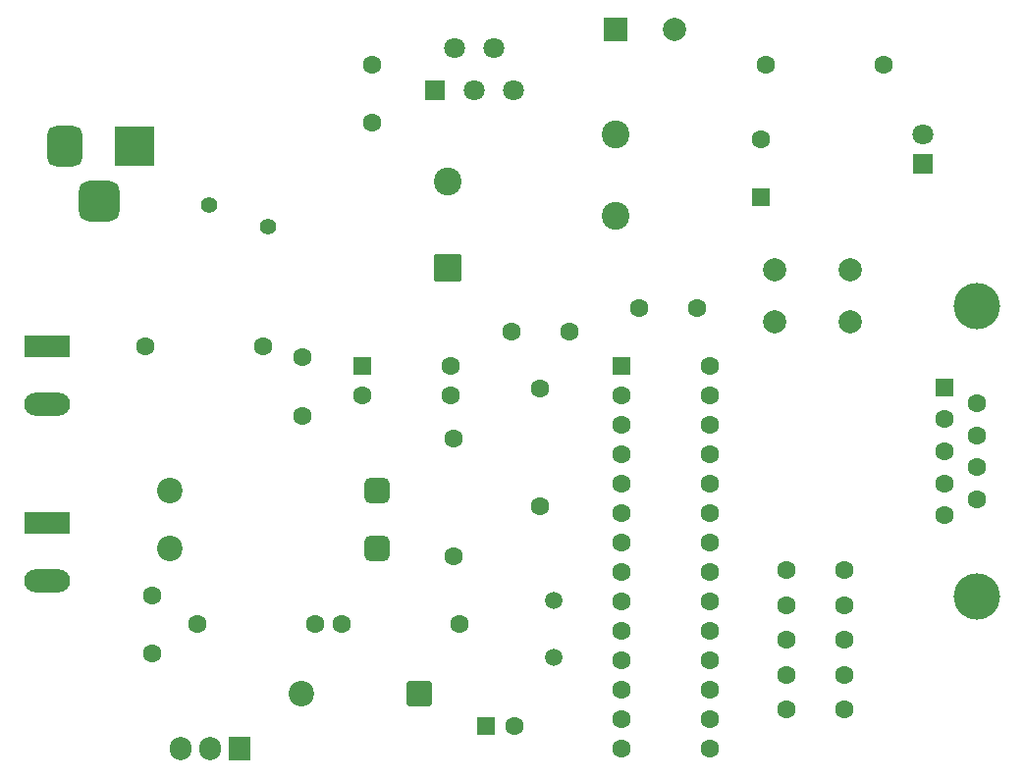
<source format=gbr>
%TF.GenerationSoftware,KiCad,Pcbnew,9.0.4*%
%TF.CreationDate,2025-09-02T22:33:32-03:00*%
%TF.ProjectId,sillion,73696c6c-696f-46e2-9e6b-696361645f70,rev?*%
%TF.SameCoordinates,Original*%
%TF.FileFunction,Soldermask,Bot*%
%TF.FilePolarity,Negative*%
%FSLAX46Y46*%
G04 Gerber Fmt 4.6, Leading zero omitted, Abs format (unit mm)*
G04 Created by KiCad (PCBNEW 9.0.4) date 2025-09-02 22:33:32*
%MOMM*%
%LPD*%
G01*
G04 APERTURE LIST*
G04 Aperture macros list*
%AMRoundRect*
0 Rectangle with rounded corners*
0 $1 Rounding radius*
0 $2 $3 $4 $5 $6 $7 $8 $9 X,Y pos of 4 corners*
0 Add a 4 corners polygon primitive as box body*
4,1,4,$2,$3,$4,$5,$6,$7,$8,$9,$2,$3,0*
0 Add four circle primitives for the rounded corners*
1,1,$1+$1,$2,$3*
1,1,$1+$1,$4,$5*
1,1,$1+$1,$6,$7*
1,1,$1+$1,$8,$9*
0 Add four rect primitives between the rounded corners*
20,1,$1+$1,$2,$3,$4,$5,0*
20,1,$1+$1,$4,$5,$6,$7,0*
20,1,$1+$1,$6,$7,$8,$9,0*
20,1,$1+$1,$8,$9,$2,$3,0*%
G04 Aperture macros list end*
%ADD10C,4.000000*%
%ADD11R,1.600000X1.600000*%
%ADD12C,1.600000*%
%ADD13R,1.800000X1.800000*%
%ADD14C,1.800000*%
%ADD15C,2.000000*%
%ADD16R,2.000000X2.000000*%
%ADD17RoundRect,0.250000X-0.550000X-0.550000X0.550000X-0.550000X0.550000X0.550000X-0.550000X0.550000X0*%
%ADD18O,1.905000X2.000000*%
%ADD19R,1.905000X2.000000*%
%ADD20C,1.500000*%
%ADD21C,2.400000*%
%ADD22R,3.960000X1.980000*%
%ADD23O,3.960000X1.980000*%
%ADD24R,3.500000X3.500000*%
%ADD25RoundRect,0.750000X-0.750000X-1.000000X0.750000X-1.000000X0.750000X1.000000X-0.750000X1.000000X0*%
%ADD26RoundRect,0.875000X-0.875000X-0.875000X0.875000X-0.875000X0.875000X0.875000X-0.875000X0.875000X0*%
%ADD27RoundRect,0.550000X0.550000X0.550000X-0.550000X0.550000X-0.550000X-0.550000X0.550000X-0.550000X0*%
%ADD28C,2.200000*%
%ADD29RoundRect,0.249999X0.850001X0.850001X-0.850001X0.850001X-0.850001X-0.850001X0.850001X-0.850001X0*%
%ADD30RoundRect,0.250000X0.550000X-0.550000X0.550000X0.550000X-0.550000X0.550000X-0.550000X-0.550000X0*%
%ADD31RoundRect,0.250001X0.949999X-0.949999X0.949999X0.949999X-0.949999X0.949999X-0.949999X-0.949999X0*%
%ADD32C,1.400000*%
G04 APERTURE END LIST*
D10*
%TO.C,J2*%
X166676400Y-71820800D03*
X166676400Y-46820800D03*
D11*
X163836400Y-53780800D03*
D12*
X163836400Y-56550800D03*
X163836400Y-59320800D03*
X163836400Y-62090800D03*
X163836400Y-64860800D03*
X166676400Y-55165800D03*
X166676400Y-57935800D03*
X166676400Y-60705800D03*
X166676400Y-63475800D03*
%TD*%
D13*
%TO.C,D3*%
X162000000Y-34540000D03*
D14*
X162000000Y-32000000D03*
%TD*%
D12*
%TO.C,C5*%
X150241200Y-81602000D03*
X155241200Y-81602000D03*
%TD*%
%TO.C,C1*%
X150241200Y-75602000D03*
X155241200Y-75602000D03*
%TD*%
%TO.C,C4*%
X150241200Y-78602000D03*
X155241200Y-78602000D03*
%TD*%
%TO.C,C2*%
X155241200Y-69602000D03*
X150241200Y-69602000D03*
%TD*%
D15*
%TO.C,SW1*%
X149200800Y-43673200D03*
X155700800Y-43673200D03*
X149200800Y-48173200D03*
X155700800Y-48173200D03*
%TD*%
D12*
%TO.C,C6*%
X114500000Y-26000000D03*
X114500000Y-31000000D03*
%TD*%
D14*
%TO.C,U2*%
X126700000Y-28200000D03*
X125000000Y-24500000D03*
X123300000Y-28200000D03*
X121600000Y-24500000D03*
D13*
X119900000Y-28200000D03*
%TD*%
D15*
%TO.C,D1*%
X140540000Y-22950000D03*
D16*
X135460000Y-22950000D03*
%TD*%
D12*
%TO.C,C14*%
X126794888Y-83000000D03*
D17*
X124294888Y-83000000D03*
%TD*%
D18*
%TO.C,Q1*%
X98000000Y-85000000D03*
X100540000Y-85000000D03*
D19*
X103080000Y-85000000D03*
%TD*%
D12*
%TO.C,R6*%
X121500000Y-68395000D03*
X121500000Y-58235000D03*
%TD*%
D20*
%TO.C,Y1*%
X130149600Y-77066800D03*
X130149600Y-72186800D03*
%TD*%
D17*
%TO.C,U4*%
X113695000Y-51960000D03*
D12*
X113695000Y-54500000D03*
X121315000Y-54500000D03*
X121315000Y-51960000D03*
%TD*%
%TO.C,R8*%
X109580000Y-74235000D03*
X99420000Y-74235000D03*
%TD*%
%TO.C,R7*%
X111920000Y-74235000D03*
X122080000Y-74235000D03*
%TD*%
%TO.C,R5*%
X94920000Y-50235000D03*
X105080000Y-50235000D03*
%TD*%
%TO.C,R2*%
X148420000Y-26000000D03*
X158580000Y-26000000D03*
%TD*%
%TO.C,R1*%
X129000000Y-53920000D03*
X129000000Y-64080000D03*
%TD*%
D21*
%TO.C,L1*%
X135500000Y-32000000D03*
X135500000Y-39000000D03*
%TD*%
D22*
%TO.C,J4*%
X86500000Y-65470000D03*
D23*
X86500000Y-70470000D03*
%TD*%
D22*
%TO.C,J3*%
X86500000Y-50235000D03*
D23*
X86500000Y-55235000D03*
%TD*%
D24*
%TO.C,J1*%
X94000000Y-33000000D03*
D25*
X88000000Y-33000000D03*
D26*
X91000000Y-37700000D03*
%TD*%
D27*
%TO.C,F1*%
X114900000Y-67735000D03*
X114900000Y-62735000D03*
D28*
X97100000Y-67735000D03*
X97100000Y-62735000D03*
%TD*%
D29*
%TO.C,D5*%
X118580000Y-80235000D03*
D28*
X108420000Y-80235000D03*
%TD*%
D12*
%TO.C,C15*%
X108500000Y-51235000D03*
X108500000Y-56235000D03*
%TD*%
%TO.C,C13*%
X95500000Y-71735000D03*
X95500000Y-76735000D03*
%TD*%
%TO.C,C12*%
X131500000Y-49000000D03*
X126500000Y-49000000D03*
%TD*%
%TO.C,C9*%
X137500000Y-47000000D03*
X142500000Y-47000000D03*
%TD*%
D30*
%TO.C,C7*%
X148000000Y-37402651D03*
D12*
X148000000Y-32402651D03*
%TD*%
D31*
%TO.C,C8*%
X121000000Y-43500000D03*
D21*
X121000000Y-36000000D03*
%TD*%
D32*
%TO.C,TH1*%
X100450000Y-38100000D03*
X105550000Y-39900000D03*
%TD*%
D17*
%TO.C,U1*%
X136000000Y-51960000D03*
D12*
X136000000Y-54500000D03*
X136000000Y-57040000D03*
X136000000Y-59580000D03*
X136000000Y-62120000D03*
X136000000Y-64660000D03*
X136000000Y-67200000D03*
X136000000Y-69740000D03*
X136000000Y-72280000D03*
X136000000Y-74820000D03*
X136000000Y-77360000D03*
X136000000Y-79900000D03*
X136000000Y-82440000D03*
X136000000Y-84980000D03*
X143620000Y-84980000D03*
X143620000Y-82440000D03*
X143620000Y-79900000D03*
X143620000Y-77360000D03*
X143620000Y-74820000D03*
X143620000Y-72280000D03*
X143620000Y-69740000D03*
X143620000Y-67200000D03*
X143620000Y-64660000D03*
X143620000Y-62120000D03*
X143620000Y-59580000D03*
X143620000Y-57040000D03*
X143620000Y-54500000D03*
X143620000Y-51960000D03*
%TD*%
%TO.C,C3*%
X155241200Y-72602000D03*
X150241200Y-72602000D03*
%TD*%
M02*

</source>
